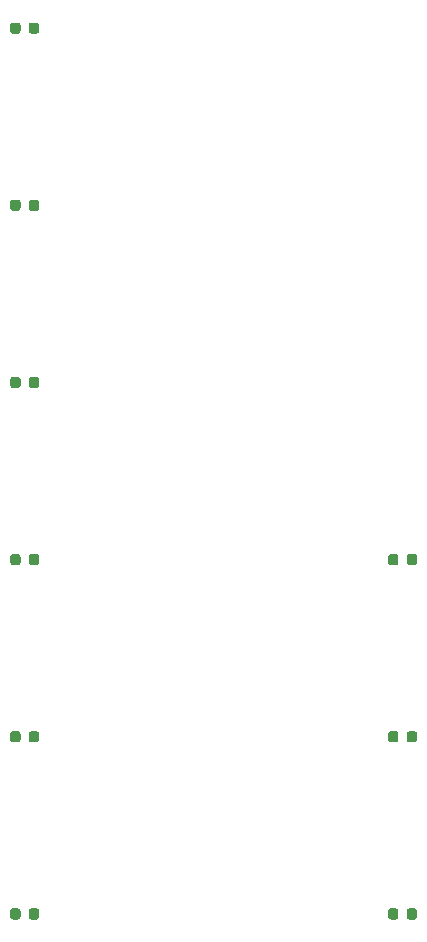
<source format=gbr>
%TF.GenerationSoftware,KiCad,Pcbnew,5.1.6-c6e7f7d~86~ubuntu18.04.1*%
%TF.CreationDate,2020-06-23T16:20:56-03:00*%
%TF.ProjectId,irStrip,69725374-7269-4702-9e6b-696361645f70,Rev. 1*%
%TF.SameCoordinates,Original*%
%TF.FileFunction,Paste,Top*%
%TF.FilePolarity,Positive*%
%FSLAX46Y46*%
G04 Gerber Fmt 4.6, Leading zero omitted, Abs format (unit mm)*
G04 Created by KiCad (PCBNEW 5.1.6-c6e7f7d~86~ubuntu18.04.1) date 2020-06-23 16:20:56*
%MOMM*%
%LPD*%
G01*
G04 APERTURE LIST*
G04 APERTURE END LIST*
%TO.C,R2*%
G36*
G01*
X183829800Y-136043750D02*
X183829800Y-136556250D01*
G75*
G02*
X183611050Y-136775000I-218750J0D01*
G01*
X183173550Y-136775000D01*
G75*
G02*
X182954800Y-136556250I0J218750D01*
G01*
X182954800Y-136043750D01*
G75*
G02*
X183173550Y-135825000I218750J0D01*
G01*
X183611050Y-135825000D01*
G75*
G02*
X183829800Y-136043750I0J-218750D01*
G01*
G37*
G36*
G01*
X185404800Y-136043750D02*
X185404800Y-136556250D01*
G75*
G02*
X185186050Y-136775000I-218750J0D01*
G01*
X184748550Y-136775000D01*
G75*
G02*
X184529800Y-136556250I0J218750D01*
G01*
X184529800Y-136043750D01*
G75*
G02*
X184748550Y-135825000I218750J0D01*
G01*
X185186050Y-135825000D01*
G75*
G02*
X185404800Y-136043750I0J-218750D01*
G01*
G37*
%TD*%
%TO.C,R2*%
G36*
G01*
X183829800Y-121043750D02*
X183829800Y-121556250D01*
G75*
G02*
X183611050Y-121775000I-218750J0D01*
G01*
X183173550Y-121775000D01*
G75*
G02*
X182954800Y-121556250I0J218750D01*
G01*
X182954800Y-121043750D01*
G75*
G02*
X183173550Y-120825000I218750J0D01*
G01*
X183611050Y-120825000D01*
G75*
G02*
X183829800Y-121043750I0J-218750D01*
G01*
G37*
G36*
G01*
X185404800Y-121043750D02*
X185404800Y-121556250D01*
G75*
G02*
X185186050Y-121775000I-218750J0D01*
G01*
X184748550Y-121775000D01*
G75*
G02*
X184529800Y-121556250I0J218750D01*
G01*
X184529800Y-121043750D01*
G75*
G02*
X184748550Y-120825000I218750J0D01*
G01*
X185186050Y-120825000D01*
G75*
G02*
X185404800Y-121043750I0J-218750D01*
G01*
G37*
%TD*%
%TO.C,R2*%
G36*
G01*
X183829800Y-106043750D02*
X183829800Y-106556250D01*
G75*
G02*
X183611050Y-106775000I-218750J0D01*
G01*
X183173550Y-106775000D01*
G75*
G02*
X182954800Y-106556250I0J218750D01*
G01*
X182954800Y-106043750D01*
G75*
G02*
X183173550Y-105825000I218750J0D01*
G01*
X183611050Y-105825000D01*
G75*
G02*
X183829800Y-106043750I0J-218750D01*
G01*
G37*
G36*
G01*
X185404800Y-106043750D02*
X185404800Y-106556250D01*
G75*
G02*
X185186050Y-106775000I-218750J0D01*
G01*
X184748550Y-106775000D01*
G75*
G02*
X184529800Y-106556250I0J218750D01*
G01*
X184529800Y-106043750D01*
G75*
G02*
X184748550Y-105825000I218750J0D01*
G01*
X185186050Y-105825000D01*
G75*
G02*
X185404800Y-106043750I0J-218750D01*
G01*
G37*
%TD*%
%TO.C,R2*%
G36*
G01*
X153407500Y-136043750D02*
X153407500Y-136556250D01*
G75*
G02*
X153188750Y-136775000I-218750J0D01*
G01*
X152751250Y-136775000D01*
G75*
G02*
X152532500Y-136556250I0J218750D01*
G01*
X152532500Y-136043750D01*
G75*
G02*
X152751250Y-135825000I218750J0D01*
G01*
X153188750Y-135825000D01*
G75*
G02*
X153407500Y-136043750I0J-218750D01*
G01*
G37*
G36*
G01*
X151832500Y-136043750D02*
X151832500Y-136556250D01*
G75*
G02*
X151613750Y-136775000I-218750J0D01*
G01*
X151176250Y-136775000D01*
G75*
G02*
X150957500Y-136556250I0J218750D01*
G01*
X150957500Y-136043750D01*
G75*
G02*
X151176250Y-135825000I218750J0D01*
G01*
X151613750Y-135825000D01*
G75*
G02*
X151832500Y-136043750I0J-218750D01*
G01*
G37*
%TD*%
%TO.C,R2*%
G36*
G01*
X153407500Y-121043750D02*
X153407500Y-121556250D01*
G75*
G02*
X153188750Y-121775000I-218750J0D01*
G01*
X152751250Y-121775000D01*
G75*
G02*
X152532500Y-121556250I0J218750D01*
G01*
X152532500Y-121043750D01*
G75*
G02*
X152751250Y-120825000I218750J0D01*
G01*
X153188750Y-120825000D01*
G75*
G02*
X153407500Y-121043750I0J-218750D01*
G01*
G37*
G36*
G01*
X151832500Y-121043750D02*
X151832500Y-121556250D01*
G75*
G02*
X151613750Y-121775000I-218750J0D01*
G01*
X151176250Y-121775000D01*
G75*
G02*
X150957500Y-121556250I0J218750D01*
G01*
X150957500Y-121043750D01*
G75*
G02*
X151176250Y-120825000I218750J0D01*
G01*
X151613750Y-120825000D01*
G75*
G02*
X151832500Y-121043750I0J-218750D01*
G01*
G37*
%TD*%
%TO.C,R2*%
G36*
G01*
X153407500Y-106043750D02*
X153407500Y-106556250D01*
G75*
G02*
X153188750Y-106775000I-218750J0D01*
G01*
X152751250Y-106775000D01*
G75*
G02*
X152532500Y-106556250I0J218750D01*
G01*
X152532500Y-106043750D01*
G75*
G02*
X152751250Y-105825000I218750J0D01*
G01*
X153188750Y-105825000D01*
G75*
G02*
X153407500Y-106043750I0J-218750D01*
G01*
G37*
G36*
G01*
X151832500Y-106043750D02*
X151832500Y-106556250D01*
G75*
G02*
X151613750Y-106775000I-218750J0D01*
G01*
X151176250Y-106775000D01*
G75*
G02*
X150957500Y-106556250I0J218750D01*
G01*
X150957500Y-106043750D01*
G75*
G02*
X151176250Y-105825000I218750J0D01*
G01*
X151613750Y-105825000D01*
G75*
G02*
X151832500Y-106043750I0J-218750D01*
G01*
G37*
%TD*%
%TO.C,R2*%
G36*
G01*
X153407500Y-91043750D02*
X153407500Y-91556250D01*
G75*
G02*
X153188750Y-91775000I-218750J0D01*
G01*
X152751250Y-91775000D01*
G75*
G02*
X152532500Y-91556250I0J218750D01*
G01*
X152532500Y-91043750D01*
G75*
G02*
X152751250Y-90825000I218750J0D01*
G01*
X153188750Y-90825000D01*
G75*
G02*
X153407500Y-91043750I0J-218750D01*
G01*
G37*
G36*
G01*
X151832500Y-91043750D02*
X151832500Y-91556250D01*
G75*
G02*
X151613750Y-91775000I-218750J0D01*
G01*
X151176250Y-91775000D01*
G75*
G02*
X150957500Y-91556250I0J218750D01*
G01*
X150957500Y-91043750D01*
G75*
G02*
X151176250Y-90825000I218750J0D01*
G01*
X151613750Y-90825000D01*
G75*
G02*
X151832500Y-91043750I0J-218750D01*
G01*
G37*
%TD*%
%TO.C,R2*%
G36*
G01*
X153407500Y-76043750D02*
X153407500Y-76556250D01*
G75*
G02*
X153188750Y-76775000I-218750J0D01*
G01*
X152751250Y-76775000D01*
G75*
G02*
X152532500Y-76556250I0J218750D01*
G01*
X152532500Y-76043750D01*
G75*
G02*
X152751250Y-75825000I218750J0D01*
G01*
X153188750Y-75825000D01*
G75*
G02*
X153407500Y-76043750I0J-218750D01*
G01*
G37*
G36*
G01*
X151832500Y-76043750D02*
X151832500Y-76556250D01*
G75*
G02*
X151613750Y-76775000I-218750J0D01*
G01*
X151176250Y-76775000D01*
G75*
G02*
X150957500Y-76556250I0J218750D01*
G01*
X150957500Y-76043750D01*
G75*
G02*
X151176250Y-75825000I218750J0D01*
G01*
X151613750Y-75825000D01*
G75*
G02*
X151832500Y-76043750I0J-218750D01*
G01*
G37*
%TD*%
%TO.C,R2*%
G36*
G01*
X151832500Y-61043750D02*
X151832500Y-61556250D01*
G75*
G02*
X151613750Y-61775000I-218750J0D01*
G01*
X151176250Y-61775000D01*
G75*
G02*
X150957500Y-61556250I0J218750D01*
G01*
X150957500Y-61043750D01*
G75*
G02*
X151176250Y-60825000I218750J0D01*
G01*
X151613750Y-60825000D01*
G75*
G02*
X151832500Y-61043750I0J-218750D01*
G01*
G37*
G36*
G01*
X153407500Y-61043750D02*
X153407500Y-61556250D01*
G75*
G02*
X153188750Y-61775000I-218750J0D01*
G01*
X152751250Y-61775000D01*
G75*
G02*
X152532500Y-61556250I0J218750D01*
G01*
X152532500Y-61043750D01*
G75*
G02*
X152751250Y-60825000I218750J0D01*
G01*
X153188750Y-60825000D01*
G75*
G02*
X153407500Y-61043750I0J-218750D01*
G01*
G37*
%TD*%
M02*

</source>
